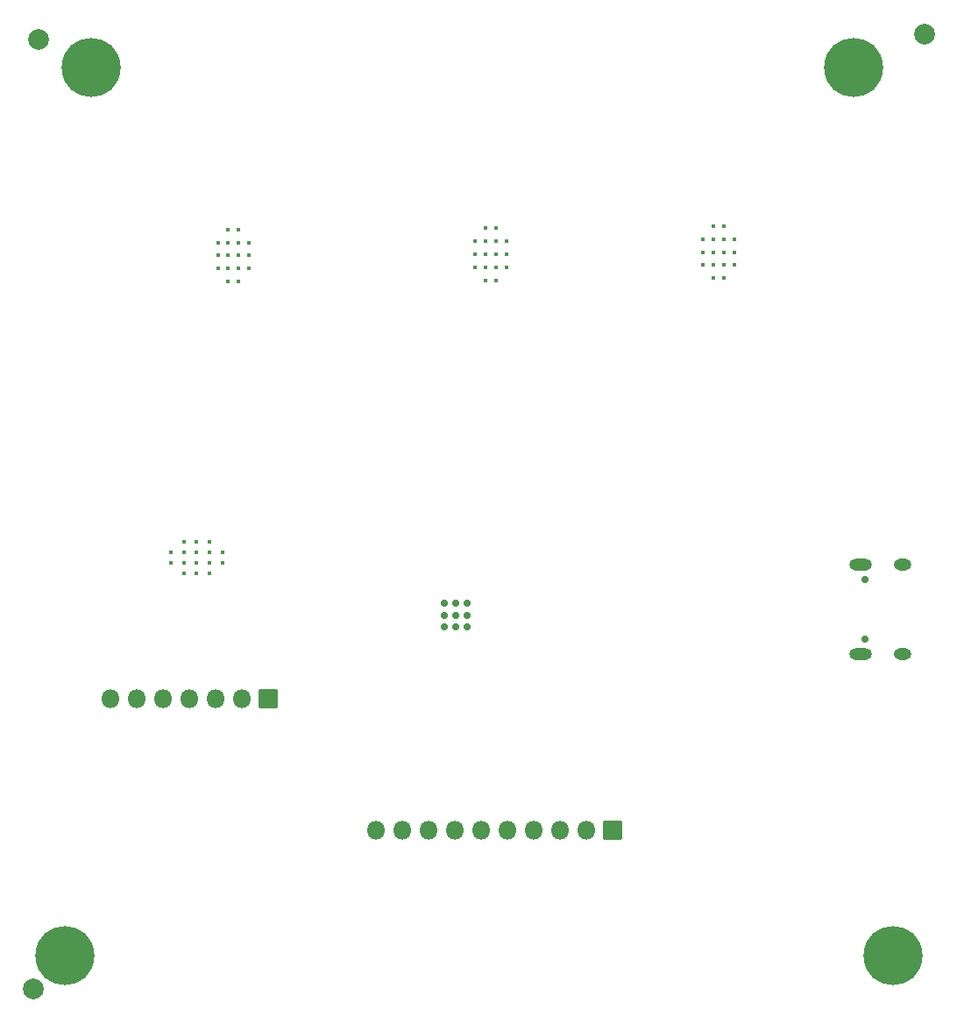
<source format=gbs>
%TF.GenerationSoftware,KiCad,Pcbnew,8.0.8*%
%TF.CreationDate,2025-03-29T22:08:22-04:00*%
%TF.ProjectId,motor_board,6d6f746f-725f-4626-9f61-72642e6b6963,idk*%
%TF.SameCoordinates,Original*%
%TF.FileFunction,Soldermask,Bot*%
%TF.FilePolarity,Negative*%
%FSLAX46Y46*%
G04 Gerber Fmt 4.6, Leading zero omitted, Abs format (unit mm)*
G04 Created by KiCad (PCBNEW 8.0.8) date 2025-03-29 22:08:22*
%MOMM*%
%LPD*%
G01*
G04 APERTURE LIST*
G04 Aperture macros list*
%AMRoundRect*
0 Rectangle with rounded corners*
0 $1 Rounding radius*
0 $2 $3 $4 $5 $6 $7 $8 $9 X,Y pos of 4 corners*
0 Add a 4 corners polygon primitive as box body*
4,1,4,$2,$3,$4,$5,$6,$7,$8,$9,$2,$3,0*
0 Add four circle primitives for the rounded corners*
1,1,$1+$1,$2,$3*
1,1,$1+$1,$4,$5*
1,1,$1+$1,$6,$7*
1,1,$1+$1,$8,$9*
0 Add four rect primitives between the rounded corners*
20,1,$1+$1,$2,$3,$4,$5,0*
20,1,$1+$1,$4,$5,$6,$7,0*
20,1,$1+$1,$6,$7,$8,$9,0*
20,1,$1+$1,$8,$9,$2,$3,0*%
G04 Aperture macros list end*
%ADD10C,5.701600*%
%ADD11C,0.701600*%
%ADD12O,2.201600X1.101600*%
%ADD13O,1.701600X1.101600*%
%ADD14C,0.401600*%
%ADD15RoundRect,0.050800X-0.850000X0.850000X-0.850000X-0.850000X0.850000X-0.850000X0.850000X0.850000X0*%
%ADD16O,1.801600X1.801600*%
%ADD17C,2.000000*%
%ADD18RoundRect,0.050800X0.850000X-0.850000X0.850000X0.850000X-0.850000X0.850000X-0.850000X-0.850000X0*%
G04 APERTURE END LIST*
D10*
X105946000Y-57564100D03*
X103426000Y-143294000D03*
X183426100Y-143294100D03*
X179606000Y-57564000D03*
D11*
X180735000Y-112735000D03*
X180735000Y-106965000D03*
D12*
X180235000Y-114170000D03*
D13*
X184375000Y-114170000D03*
D12*
X180235000Y-105530000D03*
D13*
X184375000Y-105530000D03*
D14*
X117366637Y-103383363D03*
X116116637Y-103383363D03*
X114866637Y-103383363D03*
X118616637Y-104383363D03*
X117366637Y-104383363D03*
X116116637Y-104383363D03*
X114866637Y-104383363D03*
X113616637Y-104383363D03*
X118616637Y-105383363D03*
X117366637Y-105383363D03*
X116116637Y-105383363D03*
X114866637Y-105383363D03*
X113616637Y-105383363D03*
X117366637Y-106383363D03*
X116116637Y-106383363D03*
X114866637Y-106383363D03*
D15*
X122996637Y-118483363D03*
D16*
X120456637Y-118483363D03*
X117916637Y-118483363D03*
X115376637Y-118483363D03*
X112836637Y-118483363D03*
X110296637Y-118483363D03*
X107756637Y-118483363D03*
D14*
X146047132Y-76826933D03*
X146047132Y-75576933D03*
X146047132Y-74326933D03*
X145047132Y-78076933D03*
X145047132Y-76826933D03*
X145047132Y-75576933D03*
X145047132Y-74326933D03*
X145047132Y-73076933D03*
X144047132Y-78076933D03*
X144047132Y-76826933D03*
X144047132Y-75576933D03*
X144047132Y-74326933D03*
X144047132Y-73076933D03*
X143047132Y-76826933D03*
X143047132Y-75576933D03*
X143047132Y-74326933D03*
X168047132Y-76626933D03*
X168047132Y-75376933D03*
X168047132Y-74126933D03*
X167047132Y-77876933D03*
X167047132Y-76626933D03*
X167047132Y-75376933D03*
X167047132Y-74126933D03*
X167047132Y-72876933D03*
X166047132Y-77876933D03*
X166047132Y-76626933D03*
X166047132Y-75376933D03*
X166047132Y-74126933D03*
X166047132Y-72876933D03*
X165047132Y-76626933D03*
X165047132Y-75376933D03*
X165047132Y-74126933D03*
X121172132Y-76951933D03*
X121172132Y-75701933D03*
X121172132Y-74451933D03*
X120172132Y-78201933D03*
X120172132Y-76951933D03*
X120172132Y-75701933D03*
X120172132Y-74451933D03*
X120172132Y-73201933D03*
X119172132Y-78201933D03*
X119172132Y-76951933D03*
X119172132Y-75701933D03*
X119172132Y-74451933D03*
X119172132Y-73201933D03*
X118172132Y-76951933D03*
X118172132Y-75701933D03*
X118172132Y-74451933D03*
D11*
X142277433Y-109290567D03*
X141144100Y-109290567D03*
X140010767Y-109290567D03*
X142277433Y-110423900D03*
X141144100Y-110423900D03*
X140010767Y-110423900D03*
X142277433Y-111557233D03*
X141144100Y-111557233D03*
X140010767Y-111557233D03*
D17*
X186436000Y-54356000D03*
X100838000Y-54864000D03*
X100330000Y-146558000D03*
D18*
X156282000Y-131200000D03*
D16*
X153742000Y-131200000D03*
X151202000Y-131200000D03*
X148662000Y-131200000D03*
X146122000Y-131200000D03*
X143582000Y-131200000D03*
X141042000Y-131200000D03*
X138502000Y-131200000D03*
X135962000Y-131200000D03*
X133422000Y-131200000D03*
M02*

</source>
